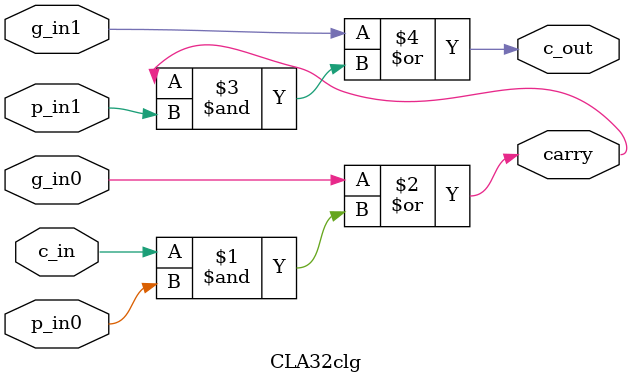
<source format=v>
 `timescale 1 ns/1 ps                                
 module CLA32clg(c_out,                              
                 carry,                              
                 p_in0,                              
                 g_in0,                              
                 p_in1,                              
                 g_in1,                              
                 c_in                                
                 ) ;                                 
                                                     
 parameter CA_WIDTH = 1 ;                            
 parameter C_1 = 0 ;                                 
                                                     
 output                c_out ;                       
 output[CA_WIDTH-1:0]  carry ;                       
                                                     
 input                 p_in0 ;                       
 input                 g_in0 ;                       
 input                 p_in1 ;                       
 input                 g_in1 ;                       
 input                 c_in ;                        
 	                                                   
 	//                                                 
 	assign carry[C_1] = g_in0|(c_in&p_in0) ;           
                                                     
 	assign c_out = g_in1|(carry[C_1]&p_in1) ;          
 	                                                   
                                                     
 endmodule                                           

</source>
